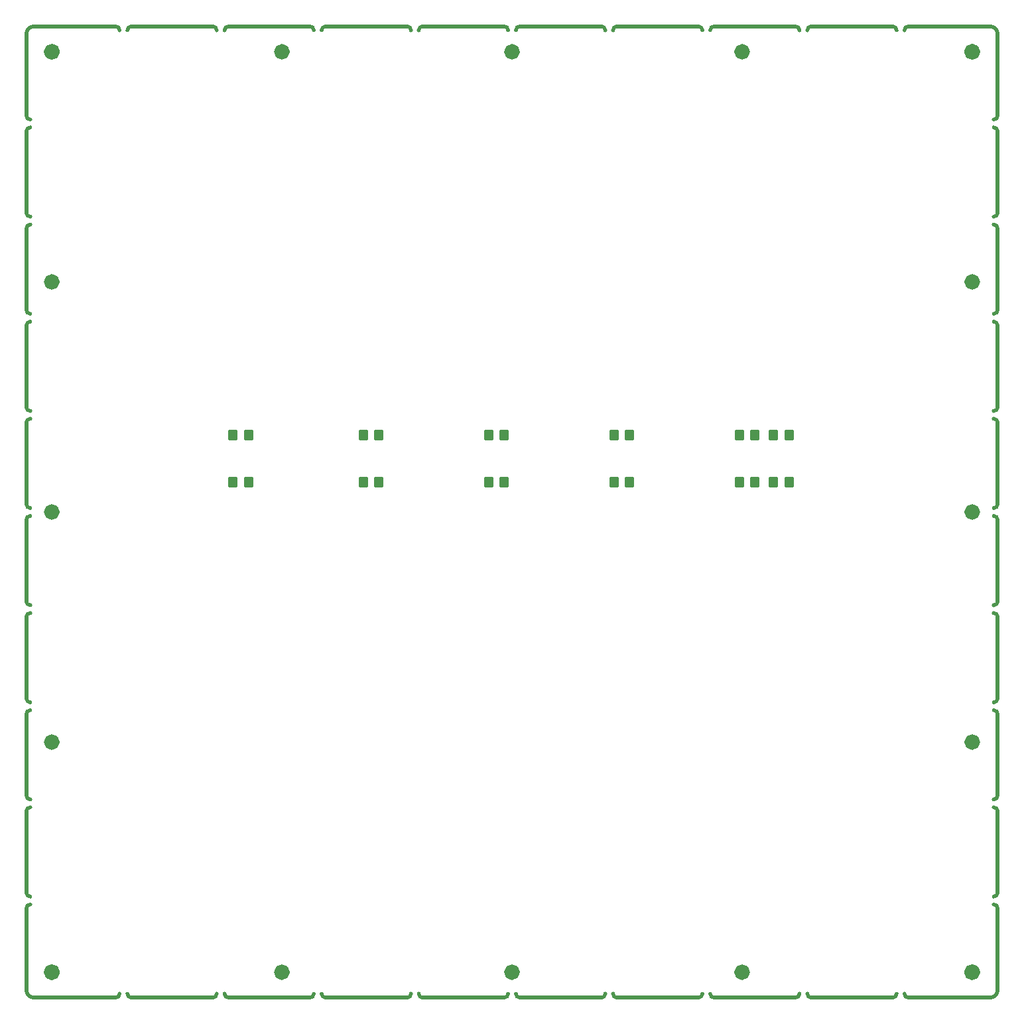
<source format=gbp>
G04 #@! TF.GenerationSoftware,KiCad,Pcbnew,9.0.1+1*
G04 #@! TF.CreationDate,2025-05-09T02:39:02+00:00*
G04 #@! TF.ProjectId,stencil,7374656e-6369-46c2-9e6b-696361645f70,rev?*
G04 #@! TF.SameCoordinates,Original*
G04 #@! TF.FileFunction,Paste,Bot*
G04 #@! TF.FilePolarity,Positive*
%FSLAX46Y46*%
G04 Gerber Fmt 4.6, Leading zero omitted, Abs format (unit mm)*
G04 Created by KiCad (PCBNEW 9.0.1+1) date 2025-05-09 02:39:02*
%MOMM*%
%LPD*%
G01*
G04 APERTURE LIST*
G04 Aperture macros list*
%AMRoundRect*
0 Rectangle with rounded corners*
0 $1 Rounding radius*
0 $2 $3 $4 $5 $6 $7 $8 $9 X,Y pos of 4 corners*
0 Add a 4 corners polygon primitive as box body*
4,1,4,$2,$3,$4,$5,$6,$7,$8,$9,$2,$3,0*
0 Add four circle primitives for the rounded corners*
1,1,$1+$1,$2,$3*
1,1,$1+$1,$4,$5*
1,1,$1+$1,$6,$7*
1,1,$1+$1,$8,$9*
0 Add four rect primitives between the rounded corners*
20,1,$1+$1,$2,$3,$4,$5,0*
20,1,$1+$1,$4,$5,$6,$7,0*
20,1,$1+$1,$6,$7,$8,$9,0*
20,1,$1+$1,$8,$9,$2,$3,0*%
G04 Aperture macros list end*
%ADD10C,0.500000*%
%ADD11C,1.000000*%
%ADD12C,1.050000*%
%ADD13RoundRect,0.250000X-0.350000X-0.450000X0.350000X-0.450000X0.350000X0.450000X-0.350000X0.450000X0*%
%ADD14RoundRect,0.250000X0.350000X0.450000X-0.350000X0.450000X-0.350000X-0.450000X0.350000X-0.450000X0*%
G04 APERTURE END LIST*
D10*
X85209983Y-7840000D02*
G75*
G02*
X85710000Y-8340000I17J-500000D01*
G01*
X112009983Y-131840000D02*
X122409983Y-131840000D01*
X48509983Y-131340000D02*
G75*
G02*
X48009983Y-131839983I-499983J0D01*
G01*
X37609983Y-131840000D02*
X48009983Y-131840000D01*
D11*
X157859983Y-40465000D02*
G75*
G02*
X156859983Y-40465000I-500000J0D01*
G01*
X156859983Y-40465000D02*
G75*
G02*
X157859983Y-40465000I500000J0D01*
G01*
D10*
X124409983Y-7840000D02*
X134809983Y-7840000D01*
X36609983Y-8840000D02*
G75*
G02*
X37609983Y-7839983I1000017J0D01*
G01*
D11*
X128484983Y-11090000D02*
G75*
G02*
X127484983Y-11090000I-500000J0D01*
G01*
X127484983Y-11090000D02*
G75*
G02*
X128484983Y-11090000I500000J0D01*
G01*
D10*
X122409983Y-7840000D02*
G75*
G02*
X122910000Y-8340000I17J-500000D01*
G01*
X136809983Y-131840000D02*
G75*
G02*
X136310000Y-131340000I17J500000D01*
G01*
D11*
X99109983Y-128590000D02*
G75*
G02*
X98109983Y-128590000I-500000J0D01*
G01*
X98109983Y-128590000D02*
G75*
G02*
X99109983Y-128590000I500000J0D01*
G01*
D10*
X99609983Y-131840000D02*
G75*
G02*
X99110000Y-131340000I17J500000D01*
G01*
D11*
X40359983Y-69840000D02*
G75*
G02*
X39359983Y-69840000I-500000J0D01*
G01*
X39359983Y-69840000D02*
G75*
G02*
X40359983Y-69840000I500000J0D01*
G01*
D10*
X98109983Y-131340000D02*
G75*
G02*
X97609983Y-131839983I-499983J0D01*
G01*
X62409983Y-7840000D02*
X72809983Y-7840000D01*
X99609983Y-7840000D02*
X110009983Y-7840000D01*
X73309983Y-131340000D02*
G75*
G02*
X72809983Y-131839983I-499983J0D01*
G01*
X97609983Y-7840000D02*
G75*
G02*
X98110000Y-8340000I17J-500000D01*
G01*
X37109983Y-56940000D02*
G75*
G02*
X36610000Y-56440000I17J500000D01*
G01*
X159609983Y-7840000D02*
G75*
G02*
X160610000Y-8840000I17J-1000000D01*
G01*
X87209983Y-131840000D02*
X97609983Y-131840000D01*
X60909983Y-131340000D02*
G75*
G02*
X60409983Y-131839983I-499983J0D01*
G01*
X36609983Y-21240000D02*
X36609983Y-31640000D01*
D11*
X128484983Y-128590000D02*
G75*
G02*
X127484983Y-128590000I-500000J0D01*
G01*
X127484983Y-128590000D02*
G75*
G02*
X128484983Y-128590000I500000J0D01*
G01*
D10*
X36609983Y-70840000D02*
X36609983Y-81240000D01*
X36609983Y-46040000D02*
X36609983Y-56440000D01*
X160609983Y-108040000D02*
X160609983Y-118440000D01*
X112009983Y-7840000D02*
X122409983Y-7840000D01*
X36609983Y-83240000D02*
X36609983Y-93640000D01*
X37109983Y-81740000D02*
G75*
G02*
X36610000Y-81240000I17J500000D01*
G01*
X160109983Y-57940000D02*
G75*
G02*
X160610000Y-58440000I17J-500000D01*
G01*
X50009983Y-131840000D02*
X60409983Y-131840000D01*
X62409983Y-131840000D02*
X72809983Y-131840000D01*
X37609983Y-7840000D02*
X48009983Y-7840000D01*
X160609983Y-83240000D02*
X160609983Y-93640000D01*
X160609983Y-106040000D02*
G75*
G02*
X160109983Y-106539983I-499983J0D01*
G01*
X87209983Y-7840000D02*
X97609983Y-7840000D01*
X36609983Y-33640000D02*
G75*
G02*
X37109983Y-33139983I500017J0D01*
G01*
X160609983Y-81240000D02*
G75*
G02*
X160109983Y-81739983I-499983J0D01*
G01*
X160609983Y-33640000D02*
X160609983Y-44040000D01*
X160109983Y-82740000D02*
G75*
G02*
X160610000Y-83240000I17J-500000D01*
G01*
X160609983Y-130840000D02*
G75*
G02*
X159609983Y-131839983I-999983J0D01*
G01*
X160109983Y-20740000D02*
G75*
G02*
X160610000Y-21240000I17J-500000D01*
G01*
X160609983Y-56440000D02*
G75*
G02*
X160109983Y-56939983I-499983J0D01*
G01*
X36609983Y-58440000D02*
X36609983Y-68840000D01*
X160109983Y-33140000D02*
G75*
G02*
X160610000Y-33640000I17J-500000D01*
G01*
X134809983Y-7840000D02*
G75*
G02*
X135310000Y-8340000I17J-500000D01*
G01*
X37109983Y-69340000D02*
G75*
G02*
X36610000Y-68840000I17J500000D01*
G01*
X86709983Y-8340000D02*
G75*
G02*
X87209983Y-7839983I500017J0D01*
G01*
X49509983Y-8340000D02*
G75*
G02*
X50009983Y-7839983I500017J0D01*
G01*
D11*
X99109983Y-11090000D02*
G75*
G02*
X98109983Y-11090000I-500000J0D01*
G01*
X98109983Y-11090000D02*
G75*
G02*
X99109983Y-11090000I500000J0D01*
G01*
D10*
X36609983Y-120440000D02*
X36609983Y-130840000D01*
X37109983Y-32140000D02*
G75*
G02*
X36610000Y-31640000I17J500000D01*
G01*
X85709983Y-131340000D02*
G75*
G02*
X85209983Y-131839983I-499983J0D01*
G01*
X111509983Y-8340000D02*
G75*
G02*
X112009983Y-7839983I500017J0D01*
G01*
X136809983Y-7840000D02*
X147209983Y-7840000D01*
X122909983Y-131340000D02*
G75*
G02*
X122409983Y-131839983I-499983J0D01*
G01*
X50009983Y-131840000D02*
G75*
G02*
X49510000Y-131340000I17J500000D01*
G01*
X36609983Y-108040000D02*
G75*
G02*
X37109983Y-107539983I500017J0D01*
G01*
X160609983Y-93640000D02*
G75*
G02*
X160109983Y-94139983I-499983J0D01*
G01*
X160109983Y-107540000D02*
G75*
G02*
X160610000Y-108040000I17J-500000D01*
G01*
X160609983Y-68840000D02*
G75*
G02*
X160109983Y-69339983I-499983J0D01*
G01*
X36609983Y-70840000D02*
G75*
G02*
X37109983Y-70339983I500017J0D01*
G01*
D11*
X157859983Y-99215000D02*
G75*
G02*
X156859983Y-99215000I-500000J0D01*
G01*
X156859983Y-99215000D02*
G75*
G02*
X157859983Y-99215000I500000J0D01*
G01*
D10*
X74309983Y-8340000D02*
G75*
G02*
X74809983Y-7839983I500017J0D01*
G01*
X160109983Y-95140000D02*
G75*
G02*
X160610000Y-95640000I17J-500000D01*
G01*
X60409983Y-7840000D02*
G75*
G02*
X60910000Y-8340000I17J-500000D01*
G01*
X36609983Y-95640000D02*
G75*
G02*
X37109983Y-95139983I500017J0D01*
G01*
X124409983Y-131840000D02*
G75*
G02*
X123910000Y-131340000I17J500000D01*
G01*
X160609983Y-46040000D02*
X160609983Y-56440000D01*
X36609983Y-33640000D02*
X36609983Y-44040000D01*
X74809983Y-7840000D02*
X85209983Y-7840000D01*
X74809983Y-131840000D02*
X85209983Y-131840000D01*
X37109983Y-106540000D02*
G75*
G02*
X36610000Y-106040000I17J500000D01*
G01*
X149209983Y-7840000D02*
X159609983Y-7840000D01*
X36609983Y-108040000D02*
X36609983Y-118440000D01*
X110509983Y-131340000D02*
G75*
G02*
X110009983Y-131839983I-499983J0D01*
G01*
X160109983Y-119940000D02*
G75*
G02*
X160610000Y-120440000I17J-500000D01*
G01*
D12*
X157884983Y-128590000D02*
G75*
G02*
X156834983Y-128590000I-525000J0D01*
G01*
X156834983Y-128590000D02*
G75*
G02*
X157884983Y-128590000I525000J0D01*
G01*
D10*
X36609983Y-83240000D02*
G75*
G02*
X37109983Y-82739983I500017J0D01*
G01*
X160609983Y-118440000D02*
G75*
G02*
X160109983Y-118939983I-499983J0D01*
G01*
X62409983Y-131840000D02*
G75*
G02*
X61910000Y-131340000I17J500000D01*
G01*
X37109983Y-94140000D02*
G75*
G02*
X36610000Y-93640000I17J500000D01*
G01*
X160609983Y-31640000D02*
G75*
G02*
X160109983Y-32139983I-499983J0D01*
G01*
D11*
X40359983Y-40465000D02*
G75*
G02*
X39359983Y-40465000I-500000J0D01*
G01*
X39359983Y-40465000D02*
G75*
G02*
X40359983Y-40465000I500000J0D01*
G01*
D10*
X48009983Y-7840000D02*
G75*
G02*
X48510000Y-8340000I17J-500000D01*
G01*
X160609983Y-70840000D02*
X160609983Y-81240000D01*
X61909983Y-8340000D02*
G75*
G02*
X62409983Y-7839983I500017J0D01*
G01*
X36609983Y-21240000D02*
G75*
G02*
X37109983Y-20739983I500017J0D01*
G01*
X160609983Y-19240000D02*
G75*
G02*
X160109983Y-19739983I-499983J0D01*
G01*
X136809983Y-131840000D02*
X147209983Y-131840000D01*
X50009983Y-7840000D02*
X60409983Y-7840000D01*
D11*
X40359983Y-99215000D02*
G75*
G02*
X39359983Y-99215000I-500000J0D01*
G01*
X39359983Y-99215000D02*
G75*
G02*
X40359983Y-99215000I500000J0D01*
G01*
X69734983Y-128590000D02*
G75*
G02*
X68734983Y-128590000I-500000J0D01*
G01*
X68734983Y-128590000D02*
G75*
G02*
X69734983Y-128590000I500000J0D01*
G01*
D10*
X160609983Y-95640000D02*
X160609983Y-106040000D01*
X160109983Y-70340000D02*
G75*
G02*
X160610000Y-70840000I17J-500000D01*
G01*
X136309983Y-8340000D02*
G75*
G02*
X136809983Y-7839983I500017J0D01*
G01*
D11*
X157859983Y-69840000D02*
G75*
G02*
X156859983Y-69840000I-500000J0D01*
G01*
X156859983Y-69840000D02*
G75*
G02*
X157859983Y-69840000I500000J0D01*
G01*
D10*
X110009983Y-7840000D02*
G75*
G02*
X110510000Y-8340000I17J-500000D01*
G01*
X160609983Y-44040000D02*
G75*
G02*
X160109983Y-44539983I-499983J0D01*
G01*
D12*
X40384983Y-128590000D02*
G75*
G02*
X39334983Y-128590000I-525000J0D01*
G01*
X39334983Y-128590000D02*
G75*
G02*
X40384983Y-128590000I525000J0D01*
G01*
D10*
X124409983Y-131840000D02*
X134809983Y-131840000D01*
X149209983Y-131840000D02*
X159609983Y-131840000D01*
D12*
X157884983Y-11090000D02*
G75*
G02*
X156834983Y-11090000I-525000J0D01*
G01*
X156834983Y-11090000D02*
G75*
G02*
X157884983Y-11090000I525000J0D01*
G01*
D10*
X72809983Y-7840000D02*
G75*
G02*
X73310000Y-8340000I17J-500000D01*
G01*
X36609983Y-58440000D02*
G75*
G02*
X37109983Y-57939983I500017J0D01*
G01*
X160609983Y-58440000D02*
X160609983Y-68840000D01*
X112009983Y-131840000D02*
G75*
G02*
X111510000Y-131340000I17J500000D01*
G01*
X36609983Y-46040000D02*
G75*
G02*
X37109983Y-45539983I500017J0D01*
G01*
X74809983Y-131840000D02*
G75*
G02*
X74310000Y-131340000I17J500000D01*
G01*
X36609983Y-8840000D02*
X36609983Y-19240000D01*
X37109983Y-44540000D02*
G75*
G02*
X36610000Y-44040000I17J500000D01*
G01*
X135309983Y-131340000D02*
G75*
G02*
X134809983Y-131839983I-499983J0D01*
G01*
X160609983Y-8840000D02*
X160609983Y-19240000D01*
X36609983Y-120440000D02*
G75*
G02*
X37109983Y-119939983I500017J0D01*
G01*
X149209983Y-131840000D02*
G75*
G02*
X148710000Y-131340000I17J500000D01*
G01*
X160609983Y-120440000D02*
X160609983Y-130840000D01*
X87209983Y-131840000D02*
G75*
G02*
X86710000Y-131340000I17J500000D01*
G01*
D12*
X40384983Y-11090000D02*
G75*
G02*
X39334983Y-11090000I-525000J0D01*
G01*
X39334983Y-11090000D02*
G75*
G02*
X40384983Y-11090000I525000J0D01*
G01*
D10*
X147709983Y-131340000D02*
G75*
G02*
X147209983Y-131839983I-499983J0D01*
G01*
X37109983Y-118940000D02*
G75*
G02*
X36610000Y-118440000I17J500000D01*
G01*
X123909983Y-8340000D02*
G75*
G02*
X124409983Y-7839983I500017J0D01*
G01*
X148709983Y-8340000D02*
G75*
G02*
X149209983Y-7839983I500017J0D01*
G01*
X99109983Y-8340000D02*
G75*
G02*
X99609983Y-7839983I500017J0D01*
G01*
X160609983Y-21240000D02*
X160609983Y-31640000D01*
X37109983Y-19740000D02*
G75*
G02*
X36610000Y-19240000I17J500000D01*
G01*
X160109983Y-45540000D02*
G75*
G02*
X160610000Y-46040000I17J-500000D01*
G01*
X36609983Y-95640000D02*
X36609983Y-106040000D01*
X99609983Y-131840000D02*
X110009983Y-131840000D01*
X147209983Y-7840000D02*
G75*
G02*
X147710000Y-8340000I17J-500000D01*
G01*
X37609983Y-131840000D02*
G75*
G02*
X36610000Y-130840000I17J1000000D01*
G01*
D11*
X69734983Y-11090000D02*
G75*
G02*
X68734983Y-11090000I-500000J0D01*
G01*
X68734983Y-11090000D02*
G75*
G02*
X69734983Y-11090000I500000J0D01*
G01*
D13*
G04 #@! TO.C,R8*
X111609983Y-66000000D03*
X113609983Y-66000000D03*
G04 #@! TD*
G04 #@! TO.C,R7*
X111609983Y-60000000D03*
X113609983Y-60000000D03*
G04 #@! TD*
G04 #@! TO.C,R6*
X95609983Y-66000000D03*
X97609983Y-66000000D03*
G04 #@! TD*
G04 #@! TO.C,R3*
X79609983Y-60000000D03*
X81609983Y-60000000D03*
G04 #@! TD*
G04 #@! TO.C,R10*
X127609983Y-66000000D03*
X129609983Y-66000000D03*
G04 #@! TD*
G04 #@! TO.C,R2*
X63000000Y-66000000D03*
X65000000Y-66000000D03*
G04 #@! TD*
G04 #@! TO.C,R5*
X95609983Y-60000000D03*
X97609983Y-60000000D03*
G04 #@! TD*
G04 #@! TO.C,R4*
X79609983Y-66000000D03*
X81609983Y-66000000D03*
G04 #@! TD*
G04 #@! TO.C,R1*
X63000000Y-60000000D03*
X65000000Y-60000000D03*
G04 #@! TD*
G04 #@! TO.C,R9*
X127609983Y-60000000D03*
X129609983Y-60000000D03*
G04 #@! TD*
D14*
G04 #@! TO.C,R12*
X134000000Y-66000000D03*
X132000000Y-66000000D03*
G04 #@! TD*
G04 #@! TO.C,R11*
X134000000Y-60000000D03*
X132000000Y-60000000D03*
G04 #@! TD*
M02*

</source>
